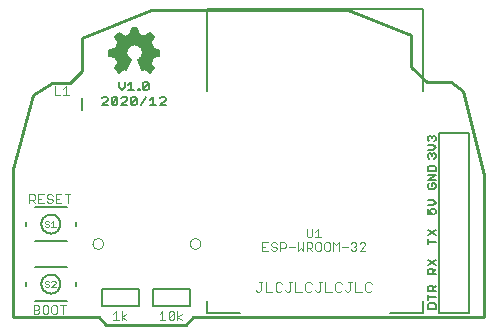
<source format=gto>
G75*
G70*
%OFA0B0*%
%FSLAX24Y24*%
%IPPOS*%
%LPD*%
%AMOC8*
5,1,8,0,0,1.08239X$1,22.5*
%
%ADD10C,0.0060*%
%ADD11C,0.0100*%
%ADD12C,0.0030*%
%ADD13C,0.0000*%
%ADD14C,0.0080*%
%ADD15C,0.0040*%
%ADD16C,0.0050*%
D10*
X003594Y003743D02*
X004837Y003743D01*
X004837Y004318D01*
X003594Y004318D01*
X003594Y003743D01*
X005293Y003744D02*
X005293Y004319D01*
X006536Y004319D01*
X006536Y003744D01*
X005293Y003744D01*
X005300Y010436D02*
X005300Y010726D01*
X005203Y010629D01*
X005075Y010726D02*
X004881Y010436D01*
X004752Y010484D02*
X004704Y010436D01*
X004607Y010436D01*
X004559Y010484D01*
X004752Y010678D01*
X004752Y010484D01*
X004559Y010484D02*
X004559Y010678D01*
X004607Y010726D01*
X004704Y010726D01*
X004752Y010678D01*
X004430Y010678D02*
X004430Y010629D01*
X004237Y010436D01*
X004430Y010436D01*
X004430Y010678D02*
X004382Y010726D01*
X004285Y010726D01*
X004237Y010678D01*
X004108Y010678D02*
X003914Y010484D01*
X003963Y010436D01*
X004059Y010436D01*
X004108Y010484D01*
X004108Y010678D01*
X004059Y010726D01*
X003963Y010726D01*
X003914Y010678D01*
X003914Y010484D01*
X003786Y010436D02*
X003592Y010436D01*
X003786Y010629D01*
X003786Y010678D01*
X003737Y010726D01*
X003640Y010726D01*
X003592Y010678D01*
X004156Y011033D02*
X004253Y010936D01*
X004350Y011033D01*
X004350Y011226D01*
X004478Y011129D02*
X004575Y011226D01*
X004575Y010936D01*
X004478Y010936D02*
X004672Y010936D01*
X004801Y010936D02*
X004849Y010936D01*
X004849Y010984D01*
X004801Y010984D01*
X004801Y010936D01*
X004962Y010984D02*
X004962Y011178D01*
X005010Y011226D01*
X005107Y011226D01*
X005155Y011178D01*
X004962Y010984D01*
X005010Y010936D01*
X005107Y010936D01*
X005155Y010984D01*
X005155Y011178D01*
X005200Y011531D02*
X005020Y011651D01*
X004940Y011611D01*
X004800Y011951D01*
X004840Y011931D02*
X004990Y012131D01*
X004940Y012381D01*
X004740Y012481D01*
X004540Y012481D01*
X004390Y012331D01*
X004390Y012031D01*
X004540Y011931D01*
X004390Y011681D01*
X004340Y011681D01*
X004190Y011581D01*
X004090Y011681D01*
X004190Y011831D01*
X004090Y012081D01*
X003890Y012131D01*
X003890Y012281D01*
X004090Y012281D01*
X004190Y012531D01*
X004040Y012731D01*
X004190Y012831D01*
X004340Y012681D01*
X004540Y012781D01*
X004590Y012981D01*
X004740Y012981D01*
X004790Y012781D01*
X004990Y012681D01*
X005190Y012831D01*
X005290Y012731D01*
X005190Y012531D01*
X005290Y012281D01*
X005490Y012281D01*
X005490Y012131D01*
X005240Y012081D01*
X005190Y011831D01*
X005290Y011681D01*
X005190Y011581D01*
X005040Y011681D01*
X004940Y011631D01*
X004840Y011931D01*
X004843Y011922D02*
X005208Y011922D01*
X005220Y011980D02*
X004877Y011980D01*
X004921Y012039D02*
X005232Y012039D01*
X005290Y012051D02*
X005510Y012091D01*
X005510Y012291D01*
X005290Y012331D01*
X005270Y012331D02*
X004950Y012331D01*
X004962Y012273D02*
X005490Y012273D01*
X005490Y012214D02*
X004973Y012214D01*
X004985Y012156D02*
X005490Y012156D01*
X005323Y012097D02*
X004965Y012097D01*
X004862Y011863D02*
X005197Y011863D01*
X005210Y011851D02*
X005340Y011671D01*
X005200Y011531D01*
X005239Y011629D02*
X005117Y011629D01*
X005246Y011746D02*
X004901Y011746D01*
X004921Y011688D02*
X005285Y011688D01*
X005207Y011805D02*
X004882Y011805D01*
X004560Y011951D02*
X004410Y011611D01*
X004340Y011651D01*
X004160Y011531D01*
X004020Y011671D01*
X004140Y011851D01*
X004177Y011863D02*
X004500Y011863D01*
X004464Y011805D02*
X004173Y011805D01*
X004134Y011746D02*
X004429Y011746D01*
X004394Y011688D02*
X004095Y011688D01*
X004141Y011629D02*
X004263Y011629D01*
X004154Y011922D02*
X004535Y011922D01*
X004466Y011980D02*
X004130Y011980D01*
X004107Y012039D02*
X004390Y012039D01*
X004390Y012097D02*
X004024Y012097D01*
X004060Y012051D02*
X003840Y012091D01*
X003840Y012291D01*
X004070Y012331D01*
X004110Y012331D02*
X004391Y012331D01*
X004390Y012273D02*
X003890Y012273D01*
X003890Y012214D02*
X004390Y012214D01*
X004390Y012156D02*
X003890Y012156D01*
X004134Y012390D02*
X004449Y012390D01*
X004508Y012448D02*
X004157Y012448D01*
X004180Y012507D02*
X005200Y012507D01*
X005200Y012521D02*
X005340Y012711D01*
X005200Y012851D01*
X005000Y012721D01*
X004992Y012682D02*
X005266Y012682D01*
X005280Y012741D02*
X005070Y012741D01*
X005148Y012799D02*
X005221Y012799D01*
X005237Y012624D02*
X004120Y012624D01*
X004076Y012682D02*
X004338Y012682D01*
X004343Y012682D02*
X004987Y012682D01*
X004870Y012741D02*
X004460Y012741D01*
X004530Y012791D02*
X004580Y013031D01*
X004770Y013031D01*
X004820Y012791D01*
X004785Y012799D02*
X004545Y012799D01*
X004559Y012858D02*
X004771Y012858D01*
X004756Y012916D02*
X004574Y012916D01*
X004589Y012975D02*
X004741Y012975D01*
X004350Y012721D02*
X004160Y012851D01*
X004020Y012711D01*
X004150Y012521D01*
X004164Y012565D02*
X005207Y012565D01*
X005223Y012448D02*
X004805Y012448D01*
X004922Y012390D02*
X005246Y012390D01*
X005292Y012331D02*
X005280Y012371D01*
X005265Y012410D01*
X005247Y012448D01*
X005227Y012484D01*
X005205Y012519D01*
X004800Y011951D02*
X004828Y011967D01*
X004855Y011986D01*
X004878Y012008D01*
X004899Y012033D01*
X004917Y012061D01*
X004932Y012090D01*
X004942Y012121D01*
X004950Y012152D01*
X004953Y012185D01*
X004952Y012217D01*
X004948Y012250D01*
X004939Y012281D01*
X004927Y012311D01*
X004912Y012340D01*
X004893Y012367D01*
X004871Y012391D01*
X004847Y012412D01*
X004820Y012431D01*
X004791Y012446D01*
X004760Y012457D01*
X004729Y012465D01*
X004696Y012469D01*
X004664Y012469D01*
X004631Y012465D01*
X004600Y012457D01*
X004569Y012446D01*
X004540Y012431D01*
X004513Y012412D01*
X004489Y012391D01*
X004467Y012367D01*
X004448Y012340D01*
X004433Y012311D01*
X004421Y012281D01*
X004412Y012250D01*
X004408Y012217D01*
X004407Y012185D01*
X004410Y012152D01*
X004418Y012121D01*
X004428Y012090D01*
X004443Y012061D01*
X004461Y012033D01*
X004482Y012008D01*
X004505Y011986D01*
X004532Y011967D01*
X004560Y011951D01*
X004352Y012717D02*
X004394Y012740D01*
X004437Y012759D01*
X004482Y012776D01*
X004528Y012788D01*
X004280Y012741D02*
X004055Y012741D01*
X004143Y012799D02*
X004221Y012799D01*
X004062Y012035D02*
X004077Y011988D01*
X004095Y011942D01*
X004117Y011898D01*
X004142Y011856D01*
X004068Y012333D02*
X004079Y012373D01*
X004093Y012412D01*
X004109Y012449D01*
X004128Y012486D01*
X004149Y012521D01*
X005289Y012052D02*
X005279Y012010D01*
X005266Y011969D01*
X005250Y011929D01*
X005231Y011890D01*
X005209Y011853D01*
X004999Y012721D02*
X004956Y012744D01*
X004912Y012764D01*
X004866Y012780D01*
X004820Y012792D01*
X004156Y011226D02*
X004156Y011033D01*
X005203Y010436D02*
X005397Y010436D01*
X005526Y010436D02*
X005719Y010629D01*
X005719Y010678D01*
X005671Y010726D01*
X005574Y010726D01*
X005526Y010678D01*
X005526Y010436D02*
X005719Y010436D01*
D11*
X003490Y003381D02*
X003740Y003131D01*
X006390Y003131D01*
X006640Y003381D01*
X016340Y003381D01*
X016340Y008131D01*
X015640Y010931D01*
X015240Y011231D01*
X014440Y011231D01*
X013890Y011731D01*
X013890Y012781D01*
X011790Y013631D01*
X005240Y013631D01*
X002940Y012681D01*
X002940Y011581D01*
X002540Y011181D01*
X001940Y011181D01*
X001290Y010781D01*
X000640Y008331D01*
X000640Y003381D01*
X003490Y003381D01*
D12*
X002045Y004376D02*
X001905Y004376D01*
X002045Y004516D01*
X002045Y004551D01*
X002010Y004586D01*
X001940Y004586D01*
X001905Y004551D01*
X001824Y004551D02*
X001789Y004586D01*
X001719Y004586D01*
X001684Y004551D01*
X001684Y004516D01*
X001719Y004481D01*
X001789Y004481D01*
X001824Y004446D01*
X001824Y004411D01*
X001789Y004376D01*
X001719Y004376D01*
X001684Y004411D01*
X001719Y006376D02*
X001684Y006411D01*
X001719Y006376D02*
X001789Y006376D01*
X001824Y006411D01*
X001824Y006446D01*
X001789Y006481D01*
X001719Y006481D01*
X001684Y006516D01*
X001684Y006551D01*
X001719Y006586D01*
X001789Y006586D01*
X001824Y006551D01*
X001905Y006516D02*
X001975Y006586D01*
X001975Y006376D01*
X001905Y006376D02*
X002045Y006376D01*
X008716Y004271D02*
X008771Y004216D01*
X008826Y004216D01*
X008881Y004271D01*
X008881Y004546D01*
X008826Y004546D02*
X008936Y004546D01*
X009048Y004546D02*
X009048Y004216D01*
X009268Y004216D01*
X009379Y004271D02*
X009434Y004216D01*
X009544Y004216D01*
X009599Y004271D01*
X009711Y004271D02*
X009766Y004216D01*
X009821Y004216D01*
X009876Y004271D01*
X009876Y004546D01*
X009821Y004546D02*
X009931Y004546D01*
X010042Y004546D02*
X010042Y004216D01*
X010262Y004216D01*
X010374Y004271D02*
X010429Y004216D01*
X010539Y004216D01*
X010594Y004271D01*
X010705Y004271D02*
X010760Y004216D01*
X010815Y004216D01*
X010870Y004271D01*
X010870Y004546D01*
X010815Y004546D02*
X010925Y004546D01*
X011036Y004546D02*
X011036Y004216D01*
X011257Y004216D01*
X011368Y004271D02*
X011423Y004216D01*
X011533Y004216D01*
X011588Y004271D01*
X011699Y004271D02*
X011754Y004216D01*
X011810Y004216D01*
X011865Y004271D01*
X011865Y004546D01*
X011810Y004546D02*
X011920Y004546D01*
X012031Y004546D02*
X012031Y004216D01*
X012251Y004216D01*
X012362Y004271D02*
X012417Y004216D01*
X012528Y004216D01*
X012583Y004271D01*
X012362Y004271D02*
X012362Y004491D01*
X012417Y004546D01*
X012528Y004546D01*
X012583Y004491D01*
X011588Y004491D02*
X011533Y004546D01*
X011423Y004546D01*
X011368Y004491D01*
X011368Y004271D01*
X010594Y004491D02*
X010539Y004546D01*
X010429Y004546D01*
X010374Y004491D01*
X010374Y004271D01*
X009599Y004491D02*
X009544Y004546D01*
X009434Y004546D01*
X009379Y004491D01*
X009379Y004271D01*
D13*
X006527Y005831D02*
X006529Y005857D01*
X006535Y005883D01*
X006544Y005907D01*
X006557Y005930D01*
X006574Y005950D01*
X006593Y005968D01*
X006615Y005983D01*
X006638Y005994D01*
X006663Y006002D01*
X006689Y006006D01*
X006715Y006006D01*
X006741Y006002D01*
X006766Y005994D01*
X006790Y005983D01*
X006811Y005968D01*
X006830Y005950D01*
X006847Y005930D01*
X006860Y005907D01*
X006869Y005883D01*
X006875Y005857D01*
X006877Y005831D01*
X006875Y005805D01*
X006869Y005779D01*
X006860Y005755D01*
X006847Y005732D01*
X006830Y005712D01*
X006811Y005694D01*
X006789Y005679D01*
X006766Y005668D01*
X006741Y005660D01*
X006715Y005656D01*
X006689Y005656D01*
X006663Y005660D01*
X006638Y005668D01*
X006614Y005679D01*
X006593Y005694D01*
X006574Y005712D01*
X006557Y005732D01*
X006544Y005755D01*
X006535Y005779D01*
X006529Y005805D01*
X006527Y005831D01*
X003277Y005831D02*
X003279Y005857D01*
X003285Y005883D01*
X003294Y005907D01*
X003307Y005930D01*
X003324Y005950D01*
X003343Y005968D01*
X003365Y005983D01*
X003388Y005994D01*
X003413Y006002D01*
X003439Y006006D01*
X003465Y006006D01*
X003491Y006002D01*
X003516Y005994D01*
X003540Y005983D01*
X003561Y005968D01*
X003580Y005950D01*
X003597Y005930D01*
X003610Y005907D01*
X003619Y005883D01*
X003625Y005857D01*
X003627Y005831D01*
X003625Y005805D01*
X003619Y005779D01*
X003610Y005755D01*
X003597Y005732D01*
X003580Y005712D01*
X003561Y005694D01*
X003539Y005679D01*
X003516Y005668D01*
X003491Y005660D01*
X003465Y005656D01*
X003439Y005656D01*
X003413Y005660D01*
X003388Y005668D01*
X003364Y005679D01*
X003343Y005694D01*
X003324Y005712D01*
X003307Y005732D01*
X003294Y005755D01*
X003285Y005779D01*
X003279Y005805D01*
X003277Y005831D01*
D14*
X002717Y006430D02*
X002717Y006532D01*
X002417Y007032D02*
X001363Y007032D01*
X001063Y006532D02*
X001063Y006430D01*
X001363Y005930D02*
X002417Y005930D01*
X002417Y005032D02*
X001363Y005032D01*
X001063Y004532D02*
X001063Y004430D01*
X001363Y003930D02*
X002417Y003930D01*
X002717Y004430D02*
X002717Y004532D01*
X007097Y003930D02*
X007097Y003526D01*
X008190Y003526D01*
X013190Y003526D02*
X014283Y003526D01*
X014283Y003930D01*
X014283Y010903D02*
X014283Y013665D01*
X007097Y013665D01*
X007097Y010903D01*
D15*
X002497Y010791D02*
X002310Y010791D01*
X002403Y010791D02*
X002403Y011071D01*
X002310Y010978D01*
X002202Y010791D02*
X002015Y010791D01*
X002015Y011071D01*
X002057Y007471D02*
X002057Y007191D01*
X002244Y007191D01*
X002151Y007331D02*
X002057Y007331D01*
X001949Y007284D02*
X001949Y007238D01*
X001903Y007191D01*
X001809Y007191D01*
X001763Y007238D01*
X001809Y007331D02*
X001903Y007331D01*
X001949Y007284D01*
X001949Y007424D02*
X001903Y007471D01*
X001809Y007471D01*
X001763Y007424D01*
X001763Y007378D01*
X001809Y007331D01*
X001655Y007191D02*
X001468Y007191D01*
X001468Y007471D01*
X001655Y007471D01*
X001561Y007331D02*
X001468Y007331D01*
X001360Y007331D02*
X001313Y007284D01*
X001173Y007284D01*
X001173Y007191D02*
X001173Y007471D01*
X001313Y007471D01*
X001360Y007424D01*
X001360Y007331D01*
X001267Y007284D02*
X001360Y007191D01*
X002057Y007471D02*
X002244Y007471D01*
X002352Y007471D02*
X002539Y007471D01*
X002445Y007471D02*
X002445Y007191D01*
X002391Y003771D02*
X002205Y003771D01*
X002298Y003771D02*
X002298Y003491D01*
X002097Y003538D02*
X002097Y003724D01*
X002050Y003771D01*
X001957Y003771D01*
X001910Y003724D01*
X001910Y003538D01*
X001957Y003491D01*
X002050Y003491D01*
X002097Y003538D01*
X001802Y003538D02*
X001802Y003724D01*
X001755Y003771D01*
X001662Y003771D01*
X001615Y003724D01*
X001615Y003538D01*
X001662Y003491D01*
X001755Y003491D01*
X001802Y003538D01*
X001508Y003538D02*
X001461Y003491D01*
X001321Y003491D01*
X001321Y003771D01*
X001461Y003771D01*
X001508Y003724D01*
X001508Y003678D01*
X001461Y003631D01*
X001321Y003631D01*
X001461Y003631D02*
X001508Y003584D01*
X001508Y003538D01*
X003965Y003478D02*
X004058Y003571D01*
X004058Y003291D01*
X003965Y003291D02*
X004152Y003291D01*
X004260Y003291D02*
X004260Y003571D01*
X004400Y003478D02*
X004260Y003384D01*
X004400Y003291D01*
X005518Y003291D02*
X005704Y003291D01*
X005611Y003291D02*
X005611Y003571D01*
X005518Y003478D01*
X005812Y003524D02*
X005812Y003338D01*
X005999Y003524D01*
X005999Y003338D01*
X005952Y003291D01*
X005859Y003291D01*
X005812Y003338D01*
X005812Y003524D02*
X005859Y003571D01*
X005952Y003571D01*
X005999Y003524D01*
X006107Y003571D02*
X006107Y003291D01*
X006107Y003384D02*
X006247Y003478D01*
X006107Y003384D02*
X006247Y003291D01*
X008942Y005586D02*
X009129Y005586D01*
X009237Y005632D02*
X009283Y005586D01*
X009377Y005586D01*
X009424Y005632D01*
X009424Y005679D01*
X009377Y005726D01*
X009283Y005726D01*
X009237Y005773D01*
X009237Y005819D01*
X009283Y005866D01*
X009377Y005866D01*
X009424Y005819D01*
X009531Y005866D02*
X009672Y005866D01*
X009718Y005819D01*
X009718Y005726D01*
X009672Y005679D01*
X009531Y005679D01*
X009531Y005586D02*
X009531Y005866D01*
X009826Y005726D02*
X010013Y005726D01*
X010121Y005866D02*
X010121Y005586D01*
X010214Y005679D01*
X010308Y005586D01*
X010308Y005866D01*
X010415Y005866D02*
X010555Y005866D01*
X010602Y005819D01*
X010602Y005726D01*
X010555Y005679D01*
X010415Y005679D01*
X010415Y005586D02*
X010415Y005866D01*
X010462Y006036D02*
X010555Y006036D01*
X010602Y006082D01*
X010602Y006316D01*
X010710Y006223D02*
X010803Y006316D01*
X010803Y006036D01*
X010710Y006036D02*
X010897Y006036D01*
X010850Y005866D02*
X010897Y005819D01*
X010897Y005632D01*
X010850Y005586D01*
X010757Y005586D01*
X010710Y005632D01*
X010710Y005819D01*
X010757Y005866D01*
X010850Y005866D01*
X011005Y005819D02*
X011005Y005632D01*
X011051Y005586D01*
X011145Y005586D01*
X011191Y005632D01*
X011191Y005819D01*
X011145Y005866D01*
X011051Y005866D01*
X011005Y005819D01*
X011299Y005866D02*
X011299Y005586D01*
X011486Y005586D02*
X011486Y005866D01*
X011393Y005773D01*
X011299Y005866D01*
X011594Y005726D02*
X011781Y005726D01*
X011889Y005819D02*
X011935Y005866D01*
X012029Y005866D01*
X012075Y005819D01*
X012075Y005773D01*
X012029Y005726D01*
X012075Y005679D01*
X012075Y005632D01*
X012029Y005586D01*
X011935Y005586D01*
X011889Y005632D01*
X011982Y005726D02*
X012029Y005726D01*
X012183Y005819D02*
X012230Y005866D01*
X012323Y005866D01*
X012370Y005819D01*
X012370Y005773D01*
X012183Y005586D01*
X012370Y005586D01*
X010602Y005586D02*
X010509Y005679D01*
X010462Y006036D02*
X010415Y006082D01*
X010415Y006316D01*
X009129Y005866D02*
X008942Y005866D01*
X008942Y005586D01*
X008942Y005726D02*
X009036Y005726D01*
D16*
X014445Y005806D02*
X014445Y005986D01*
X014445Y005896D02*
X014715Y005896D01*
X014715Y006101D02*
X014445Y006281D01*
X014445Y006101D02*
X014715Y006281D01*
X014670Y006806D02*
X014715Y006851D01*
X014715Y006941D01*
X014670Y006986D01*
X014580Y006986D01*
X014535Y006941D01*
X014535Y006896D01*
X014580Y006806D01*
X014445Y006806D01*
X014445Y006986D01*
X014445Y007101D02*
X014625Y007101D01*
X014715Y007191D01*
X014625Y007281D01*
X014445Y007281D01*
X014490Y007656D02*
X014445Y007701D01*
X014445Y007791D01*
X014490Y007836D01*
X014580Y007836D02*
X014580Y007746D01*
X014580Y007836D02*
X014670Y007836D01*
X014715Y007791D01*
X014715Y007701D01*
X014670Y007656D01*
X014490Y007656D01*
X014445Y007951D02*
X014715Y008131D01*
X014445Y008131D01*
X014445Y008245D02*
X014445Y008380D01*
X014490Y008425D01*
X014670Y008425D01*
X014715Y008380D01*
X014715Y008245D01*
X014445Y008245D01*
X014445Y007951D02*
X014715Y007951D01*
X014670Y008656D02*
X014715Y008701D01*
X014715Y008791D01*
X014670Y008836D01*
X014625Y008836D01*
X014580Y008791D01*
X014580Y008746D01*
X014580Y008791D02*
X014535Y008836D01*
X014490Y008836D01*
X014445Y008791D01*
X014445Y008701D01*
X014490Y008656D01*
X014445Y008951D02*
X014625Y008951D01*
X014715Y009041D01*
X014625Y009131D01*
X014445Y009131D01*
X014490Y009245D02*
X014445Y009290D01*
X014445Y009380D01*
X014490Y009425D01*
X014535Y009425D01*
X014580Y009380D01*
X014625Y009425D01*
X014670Y009425D01*
X014715Y009380D01*
X014715Y009290D01*
X014670Y009245D01*
X014580Y009335D02*
X014580Y009380D01*
X014840Y009531D02*
X015840Y009531D01*
X015840Y003531D01*
X014840Y003531D01*
X014840Y009531D01*
X014715Y005281D02*
X014445Y005101D01*
X014490Y004986D02*
X014445Y004941D01*
X014445Y004806D01*
X014715Y004806D01*
X014625Y004806D02*
X014625Y004941D01*
X014580Y004986D01*
X014490Y004986D01*
X014625Y004896D02*
X014715Y004986D01*
X014715Y005101D02*
X014445Y005281D01*
X014490Y004425D02*
X014580Y004425D01*
X014625Y004380D01*
X014625Y004245D01*
X014715Y004245D02*
X014445Y004245D01*
X014445Y004380D01*
X014490Y004425D01*
X014625Y004335D02*
X014715Y004425D01*
X014715Y004041D02*
X014445Y004041D01*
X014445Y003951D02*
X014445Y004131D01*
X014490Y003836D02*
X014445Y003791D01*
X014445Y003656D01*
X014715Y003656D01*
X014715Y003791D01*
X014670Y003836D01*
X014490Y003836D01*
X002915Y010293D02*
X002915Y010668D01*
X001573Y006481D02*
X001575Y006516D01*
X001581Y006552D01*
X001591Y006586D01*
X001604Y006619D01*
X001622Y006650D01*
X001642Y006679D01*
X001666Y006705D01*
X001692Y006729D01*
X001721Y006749D01*
X001752Y006767D01*
X001785Y006780D01*
X001819Y006790D01*
X001855Y006796D01*
X001890Y006798D01*
X001925Y006796D01*
X001961Y006790D01*
X001995Y006780D01*
X002028Y006767D01*
X002059Y006749D01*
X002088Y006729D01*
X002114Y006705D01*
X002138Y006679D01*
X002158Y006650D01*
X002176Y006619D01*
X002189Y006586D01*
X002199Y006552D01*
X002205Y006516D01*
X002207Y006481D01*
X002205Y006446D01*
X002199Y006410D01*
X002189Y006376D01*
X002176Y006343D01*
X002158Y006312D01*
X002138Y006283D01*
X002114Y006257D01*
X002088Y006233D01*
X002059Y006213D01*
X002028Y006195D01*
X001995Y006182D01*
X001961Y006172D01*
X001925Y006166D01*
X001890Y006164D01*
X001855Y006166D01*
X001819Y006172D01*
X001785Y006182D01*
X001752Y006195D01*
X001721Y006213D01*
X001692Y006233D01*
X001666Y006257D01*
X001642Y006283D01*
X001622Y006312D01*
X001604Y006343D01*
X001591Y006376D01*
X001581Y006410D01*
X001575Y006446D01*
X001573Y006481D01*
X001573Y004481D02*
X001575Y004516D01*
X001581Y004552D01*
X001591Y004586D01*
X001604Y004619D01*
X001622Y004650D01*
X001642Y004679D01*
X001666Y004705D01*
X001692Y004729D01*
X001721Y004749D01*
X001752Y004767D01*
X001785Y004780D01*
X001819Y004790D01*
X001855Y004796D01*
X001890Y004798D01*
X001925Y004796D01*
X001961Y004790D01*
X001995Y004780D01*
X002028Y004767D01*
X002059Y004749D01*
X002088Y004729D01*
X002114Y004705D01*
X002138Y004679D01*
X002158Y004650D01*
X002176Y004619D01*
X002189Y004586D01*
X002199Y004552D01*
X002205Y004516D01*
X002207Y004481D01*
X002205Y004446D01*
X002199Y004410D01*
X002189Y004376D01*
X002176Y004343D01*
X002158Y004312D01*
X002138Y004283D01*
X002114Y004257D01*
X002088Y004233D01*
X002059Y004213D01*
X002028Y004195D01*
X001995Y004182D01*
X001961Y004172D01*
X001925Y004166D01*
X001890Y004164D01*
X001855Y004166D01*
X001819Y004172D01*
X001785Y004182D01*
X001752Y004195D01*
X001721Y004213D01*
X001692Y004233D01*
X001666Y004257D01*
X001642Y004283D01*
X001622Y004312D01*
X001604Y004343D01*
X001591Y004376D01*
X001581Y004410D01*
X001575Y004446D01*
X001573Y004481D01*
M02*

</source>
